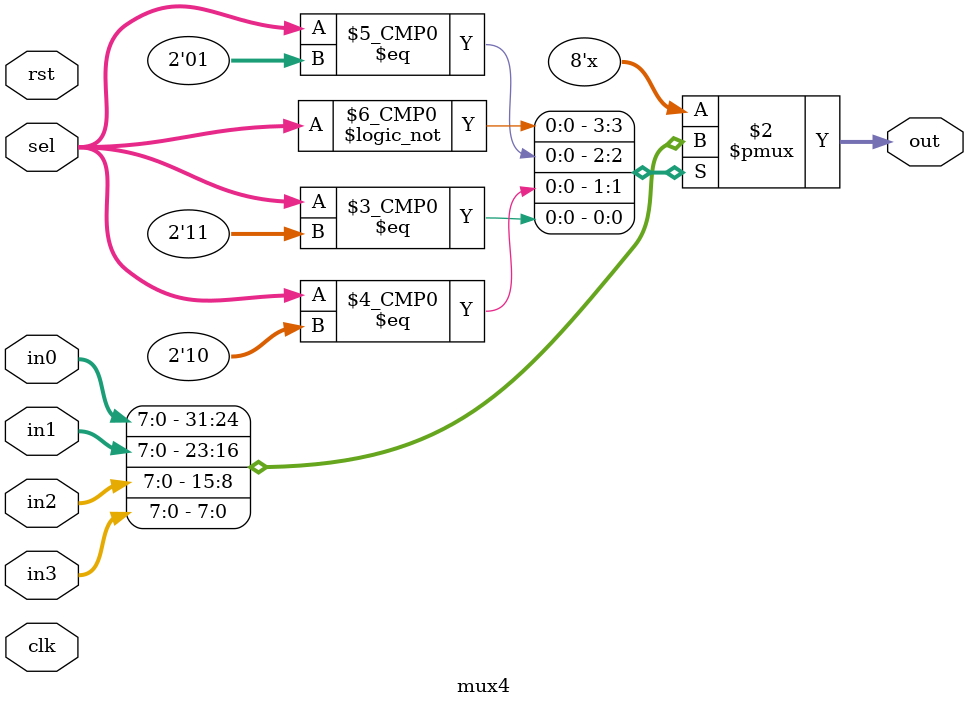
<source format=sv>
`timescale 1ns/1ps
module mux4 #(parameter WIDTH = 8) (
    input clk,
    input rst,
    input  logic [WIDTH-1:0] in0, 
    input  logic [WIDTH-1:0] in1, 
    input  logic [WIDTH-1:0] in2,
    input  logic [WIDTH-1:0] in3,
    input  logic [1:0] sel,
    output logic [WIDTH-1:0] out
);
    always_comb begin
        case (sel)
            2'b00: out = in0;
            2'b01: out = in1;
            2'b10: out = in2;
            2'b11: out = in3;
            default: out = {WIDTH{1'bx}}; // Indefinido en caso de error
        endcase
    end
endmodule

</source>
